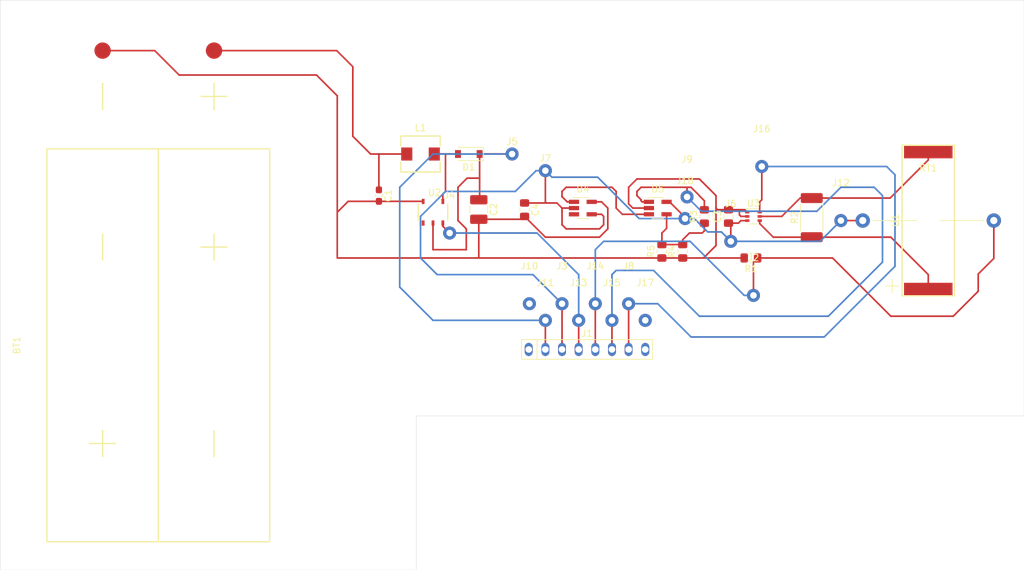
<source format=kicad_pcb>
(kicad_pcb (version 20171130) (host pcbnew "(5.1.2)-2")

  (general
    (thickness 1.6)
    (drawings 6)
    (tracks 202)
    (zones 0)
    (modules 36)
    (nets 20)
  )

  (page A4)
  (layers
    (0 F.Cu signal)
    (31 B.Cu signal)
    (32 B.Adhes user)
    (33 F.Adhes user)
    (34 B.Paste user)
    (35 F.Paste user)
    (36 B.SilkS user)
    (37 F.SilkS user)
    (38 B.Mask user)
    (39 F.Mask user)
    (40 Dwgs.User user)
    (41 Cmts.User user)
    (42 Eco1.User user)
    (43 Eco2.User user)
    (44 Edge.Cuts user)
    (45 Margin user)
    (46 B.CrtYd user)
    (47 F.CrtYd user)
    (48 B.Fab user)
    (49 F.Fab user)
  )

  (setup
    (last_trace_width 0.25)
    (trace_clearance 0.2)
    (zone_clearance 0.508)
    (zone_45_only no)
    (trace_min 0.2)
    (via_size 0.8)
    (via_drill 0.4)
    (via_min_size 0.4)
    (via_min_drill 0.3)
    (uvia_size 0.3)
    (uvia_drill 0.1)
    (uvias_allowed no)
    (uvia_min_size 0.2)
    (uvia_min_drill 0.1)
    (edge_width 0.05)
    (segment_width 0.2)
    (pcb_text_width 0.3)
    (pcb_text_size 1.5 1.5)
    (mod_edge_width 0.12)
    (mod_text_size 1 1)
    (mod_text_width 0.15)
    (pad_size 1.524 1.524)
    (pad_drill 0.762)
    (pad_to_mask_clearance 0.051)
    (solder_mask_min_width 0.25)
    (aux_axis_origin 0 0)
    (visible_elements 7FFFFFFF)
    (pcbplotparams
      (layerselection 0x01000_ffffffff)
      (usegerberextensions true)
      (usegerberattributes false)
      (usegerberadvancedattributes false)
      (creategerberjobfile false)
      (excludeedgelayer true)
      (linewidth 0.100000)
      (plotframeref false)
      (viasonmask false)
      (mode 1)
      (useauxorigin false)
      (hpglpennumber 1)
      (hpglpenspeed 20)
      (hpglpendiameter 15.000000)
      (psnegative false)
      (psa4output false)
      (plotreference true)
      (plotvalue false)
      (plotinvisibletext false)
      (padsonsilk false)
      (subtractmaskfromsilk false)
      (outputformat 1)
      (mirror false)
      (drillshape 0)
      (scaleselection 1)
      (outputdirectory "Q:/igdev/public/Icarus/Main PCB/"))
  )

  (net 0 "")
  (net 1 GND)
  (net 2 5.5V)
  (net 3 3.3V)
  (net 4 "Net-(D1-Pad2)")
  (net 5 CE)
  (net 6 Thermistor_Voltage)
  (net 7 Temperature_Voltage)
  (net 8 Solar_Voltage)
  (net 9 "Net-(R2-Pad1)")
  (net 10 "Net-(R2-Pad2)")
  (net 11 "Net-(R3-Pad1)")
  (net 12 "Net-(U2-Pad1)")
  (net 13 "Net-(U4-Pad1)")
  (net 14 "Net-(BT1-Pad1)")
  (net 15 "Net-(J1-Pad1)")
  (net 16 "Net-(J1-Pad8)")
  (net 17 "Net-(J10-Pad1)")
  (net 18 "Net-(J17-Pad1)")
  (net 19 "Net-(U4-Pad3)")

  (net_class Default "This is the default net class."
    (clearance 0.2)
    (trace_width 0.25)
    (via_dia 0.8)
    (via_drill 0.4)
    (uvia_dia 0.3)
    (uvia_drill 0.1)
    (add_net 3.3V)
    (add_net 5.5V)
    (add_net CE)
    (add_net GND)
    (add_net "Net-(BT1-Pad1)")
    (add_net "Net-(D1-Pad2)")
    (add_net "Net-(J1-Pad1)")
    (add_net "Net-(J1-Pad8)")
    (add_net "Net-(J10-Pad1)")
    (add_net "Net-(J17-Pad1)")
    (add_net "Net-(R2-Pad1)")
    (add_net "Net-(R2-Pad2)")
    (add_net "Net-(R3-Pad1)")
    (add_net "Net-(U2-Pad1)")
    (add_net "Net-(U4-Pad1)")
    (add_net "Net-(U4-Pad3)")
    (add_net Solar_Voltage)
    (add_net Temperature_Voltage)
    (add_net Thermistor_Voltage)
  )

  (module Prototypedesign1:Via (layer F.Cu) (tedit 5D1CC71D) (tstamp 5D1D6259)
    (at 126.0856 53.0352)
    (path /5D21343C)
    (fp_text reference J18 (at 0 -5.75) (layer F.SilkS)
      (effects (font (size 1 1) (thickness 0.15)))
    )
    (fp_text value Via (at 0 7.05) (layer F.Fab)
      (effects (font (size 1 1) (thickness 0.15)))
    )
    (pad 1 thru_hole circle (at 0 0) (size 2 2) (drill 1) (layers *.Cu *.Mask)
      (net 3 3.3V))
  )

  (module Prototypedesign1:Via (layer F.Cu) (tedit 5D1CC71D) (tstamp 5D1D6254)
    (at 120.015 68.58)
    (path /5D20E569)
    (fp_text reference J17 (at 0 -5.75) (layer F.SilkS)
      (effects (font (size 1 1) (thickness 0.15)))
    )
    (fp_text value Via (at 0 7.05) (layer F.Fab)
      (effects (font (size 1 1) (thickness 0.15)))
    )
    (pad 1 thru_hole circle (at 0 0) (size 2 2) (drill 1) (layers *.Cu *.Mask)
      (net 18 "Net-(J17-Pad1)"))
  )

  (module Prototypedesign1:Via (layer F.Cu) (tedit 5D1CC71D) (tstamp 5D1D624F)
    (at 137.795 45.085)
    (path /5D20E416)
    (fp_text reference J16 (at 0 -5.75) (layer F.SilkS)
      (effects (font (size 1 1) (thickness 0.15)))
    )
    (fp_text value Via (at 0 7.05) (layer F.Fab)
      (effects (font (size 1 1) (thickness 0.15)))
    )
    (pad 1 thru_hole circle (at 0 0) (size 2 2) (drill 1) (layers *.Cu *.Mask)
      (net 8 Solar_Voltage))
  )

  (module Prototypedesign1:Via (layer F.Cu) (tedit 5D1CC71D) (tstamp 5D1D624A)
    (at 114.935 68.58)
    (path /5D20E2D4)
    (fp_text reference J15 (at 0 -5.75) (layer F.SilkS)
      (effects (font (size 1 1) (thickness 0.15)))
    )
    (fp_text value Via (at 0 7.05) (layer F.Fab)
      (effects (font (size 1 1) (thickness 0.15)))
    )
    (pad 1 thru_hole circle (at 0 0) (size 2 2) (drill 1) (layers *.Cu *.Mask)
      (net 7 Temperature_Voltage))
  )

  (module Prototypedesign1:Via (layer F.Cu) (tedit 5D1CC71D) (tstamp 5D1D6245)
    (at 112.395 66.04)
    (path /5D20E1B2)
    (fp_text reference J14 (at 0 -5.75) (layer F.SilkS)
      (effects (font (size 1 1) (thickness 0.15)))
    )
    (fp_text value Via (at 0 7.05) (layer F.Fab)
      (effects (font (size 1 1) (thickness 0.15)))
    )
    (pad 1 thru_hole circle (at 0 0) (size 2 2) (drill 1) (layers *.Cu *.Mask)
      (net 6 Thermistor_Voltage))
  )

  (module Prototypedesign1:Via (layer F.Cu) (tedit 5D1CC71D) (tstamp 5D1D6240)
    (at 109.855 68.58)
    (path /5D20E03A)
    (fp_text reference J13 (at 0 -5.75) (layer F.SilkS)
      (effects (font (size 1 1) (thickness 0.15)))
    )
    (fp_text value Via (at 0 7.05) (layer F.Fab)
      (effects (font (size 1 1) (thickness 0.15)))
    )
    (pad 1 thru_hole circle (at 0 0) (size 2 2) (drill 1) (layers *.Cu *.Mask)
      (net 5 CE))
  )

  (module Prototypedesign1:Via (layer F.Cu) (tedit 5D1CC71D) (tstamp 5D1D623B)
    (at 149.86 53.34)
    (path /5D20DEAE)
    (fp_text reference J12 (at 0 -5.75) (layer F.SilkS)
      (effects (font (size 1 1) (thickness 0.15)))
    )
    (fp_text value Via (at 0 7.05) (layer F.Fab)
      (effects (font (size 1 1) (thickness 0.15)))
    )
    (pad 1 thru_hole circle (at 0 0) (size 2 2) (drill 1) (layers *.Cu *.Mask)
      (net 3 3.3V))
  )

  (module Prototypedesign1:Via (layer F.Cu) (tedit 5D1CC71D) (tstamp 5D1D6236)
    (at 104.775 68.58)
    (path /5D20DCA0)
    (fp_text reference J11 (at 0 -5.75) (layer F.SilkS)
      (effects (font (size 1 1) (thickness 0.15)))
    )
    (fp_text value Via (at 0 7.05) (layer F.Fab)
      (effects (font (size 1 1) (thickness 0.15)))
    )
    (pad 1 thru_hole circle (at 0 0) (size 2 2) (drill 1) (layers *.Cu *.Mask)
      (net 2 5.5V))
  )

  (module Prototypedesign1:Via (layer F.Cu) (tedit 5D1CC71D) (tstamp 5D1D6231)
    (at 102.3366 66.04)
    (path /5D20CA4D)
    (fp_text reference J10 (at 0 -5.75) (layer F.SilkS)
      (effects (font (size 1 1) (thickness 0.15)))
    )
    (fp_text value Via (at 0 7.05) (layer F.Fab)
      (effects (font (size 1 1) (thickness 0.15)))
    )
    (pad 1 thru_hole circle (at 0 0) (size 2 2) (drill 1) (layers *.Cu *.Mask)
      (net 17 "Net-(J10-Pad1)"))
  )

  (module Prototypedesign1:Via (layer F.Cu) (tedit 5D1CC71D) (tstamp 5D1D622C)
    (at 126.3904 49.7332)
    (path /5D2150DA)
    (fp_text reference J9 (at 0 -5.75) (layer F.SilkS)
      (effects (font (size 1 1) (thickness 0.15)))
    )
    (fp_text value Via (at 0 7.05) (layer F.Fab)
      (effects (font (size 1 1) (thickness 0.15)))
    )
    (pad 1 thru_hole circle (at 0 0) (size 2 2) (drill 1) (layers *.Cu *.Mask)
      (net 7 Temperature_Voltage))
  )

  (module Prototypedesign1:Via (layer F.Cu) (tedit 5D1CC71D) (tstamp 5D1D6227)
    (at 117.475 66.04)
    (path /5D213A8B)
    (fp_text reference J8 (at 0 -5.75) (layer F.SilkS)
      (effects (font (size 1 1) (thickness 0.15)))
    )
    (fp_text value Via (at 0 7.05) (layer F.Fab)
      (effects (font (size 1 1) (thickness 0.15)))
    )
    (pad 1 thru_hole circle (at 0 0) (size 2 2) (drill 1) (layers *.Cu *.Mask)
      (net 8 Solar_Voltage))
  )

  (module Prototypedesign1:Via (layer F.Cu) (tedit 5D1CC71D) (tstamp 5D1D6222)
    (at 104.775 45.72)
    (path /5D214C08)
    (fp_text reference J7 (at 0 -1.905) (layer F.SilkS)
      (effects (font (size 1 1) (thickness 0.15)))
    )
    (fp_text value Via (at 0 2.54) (layer F.Fab)
      (effects (font (size 1 1) (thickness 0.15)))
    )
    (pad 1 thru_hole circle (at 0 0) (size 2 2) (drill 1) (layers *.Cu *.Mask)
      (net 3 3.3V))
  )

  (module Prototypedesign1:Via (layer F.Cu) (tedit 5D1CC71D) (tstamp 5D1D621D)
    (at 133.065 56.515)
    (path /5D21437A)
    (fp_text reference J6 (at 0 -5.75) (layer F.SilkS)
      (effects (font (size 1 1) (thickness 0.15)))
    )
    (fp_text value Via (at 0 7.05) (layer F.Fab)
      (effects (font (size 1 1) (thickness 0.15)))
    )
    (pad 1 thru_hole circle (at 0 0) (size 2 2) (drill 1) (layers *.Cu *.Mask)
      (net 3 3.3V))
  )

  (module Prototypedesign1:Via (layer F.Cu) (tedit 5D1CC71D) (tstamp 5D1D6218)
    (at 99.695 43.18)
    (path /5D219D0B)
    (fp_text reference J5 (at 0 -1.905) (layer F.SilkS)
      (effects (font (size 1 1) (thickness 0.15)))
    )
    (fp_text value Via (at 0 2.54) (layer F.Fab)
      (effects (font (size 1 1) (thickness 0.15)))
    )
    (pad 1 thru_hole circle (at 0 0) (size 2 2) (drill 1) (layers *.Cu *.Mask)
      (net 2 5.5V))
  )

  (module Prototypedesign1:Via (layer F.Cu) (tedit 5D1CC71D) (tstamp 5D1D6213)
    (at 90.17 55.245)
    (path /5D20E714)
    (fp_text reference J4 (at 0 -5.75) (layer F.SilkS)
      (effects (font (size 1 1) (thickness 0.15)))
    )
    (fp_text value Via (at 0 7.05) (layer F.Fab)
      (effects (font (size 1 1) (thickness 0.15)))
    )
    (pad 1 thru_hole circle (at 0 0) (size 2 2) (drill 1) (layers *.Cu *.Mask)
      (net 5 CE))
  )

  (module Prototypedesign1:Via (layer F.Cu) (tedit 5D1CC71D) (tstamp 5D1D620E)
    (at 107.315 66.04)
    (path /5D2334B3)
    (fp_text reference J3 (at 0 -5.75) (layer F.SilkS)
      (effects (font (size 1 1) (thickness 0.15)))
    )
    (fp_text value Via (at 0 7.05) (layer F.Fab)
      (effects (font (size 1 1) (thickness 0.15)))
    )
    (pad 1 thru_hole circle (at 0 0) (size 2 2) (drill 1) (layers *.Cu *.Mask)
      (net 3 3.3V))
  )

  (module Prototypedesign1:Via (layer F.Cu) (tedit 5D1CC71D) (tstamp 5D1D6209)
    (at 136.525 64.77)
    (path /5D20F930)
    (fp_text reference J2 (at 0 -5.75) (layer F.SilkS)
      (effects (font (size 1 1) (thickness 0.15)))
    )
    (fp_text value Via (at 0 7.05) (layer F.Fab)
      (effects (font (size 1 1) (thickness 0.15)))
    )
    (pad 1 thru_hole circle (at 0 0) (size 2 2) (drill 1) (layers *.Cu *.Mask)
      (net 6 Thermistor_Voltage))
  )

  (module Prototypedesign1:Prototypebatteryholder (layer F.Cu) (tedit 5D1B836C) (tstamp 5D1BFDA5)
    (at 45.72 72.39 90)
    (path /5D1EA4D2)
    (fp_text reference BT1 (at 0 -21.59 90) (layer F.SilkS)
      (effects (font (size 1 1) (thickness 0.15)))
    )
    (fp_text value Battery (at 0 22.225 90) (layer F.Fab)
      (effects (font (size 1 1) (thickness 0.15)))
    )
    (fp_line (start 30 17) (end 30 -17) (layer F.SilkS) (width 0.2032))
    (fp_line (start 30 -17) (end -30 -17) (layer F.SilkS) (width 0.2032))
    (fp_line (start -30 -17) (end -30 17) (layer F.SilkS) (width 0.2032))
    (fp_line (start -30 17) (end 30 17) (layer F.SilkS) (width 0.2032))
    (fp_line (start -30 0) (end 30 0) (layer F.SilkS) (width 0.2032))
    (fp_line (start 13 -8.5) (end 17 -8.5) (layer F.SilkS) (width 0.2032))
    (fp_line (start -13 -8.5) (end -17 -8.5) (layer F.SilkS) (width 0.2032))
    (fp_line (start -15 -10.5) (end -15 -6.5) (layer F.SilkS) (width 0.2032))
    (fp_line (start 13 8.5) (end 17 8.5) (layer F.SilkS) (width 0.2032))
    (fp_line (start 15 6.5) (end 15 10.5) (layer F.SilkS) (width 0.2032))
    (fp_line (start -17 8.5) (end -13 8.5) (layer F.SilkS) (width 0.2032))
    (fp_circle (center 45 -8.5) (end 46.75 -8.5) (layer F.Fab) (width 0.12))
    (fp_circle (center 45 8.5) (end 46.75 8.5) (layer F.Fab) (width 0.12))
    (fp_line (start 36 -8.5) (end 40 -8.5) (layer F.SilkS) (width 0.2032))
    (fp_line (start 36 8.5) (end 40 8.5) (layer F.SilkS) (width 0.2032))
    (fp_line (start 38 6.5) (end 38 10.5) (layer F.SilkS) (width 0.2032))
    (pad 1 smd circle (at 45 8.5 90) (size 2.5 2.5) (layers F.Cu F.Paste F.Mask)
      (net 14 "Net-(BT1-Pad1)"))
    (pad 2 smd circle (at 45 -8.5 90) (size 2.5 2.5) (layers F.Cu F.Paste F.Mask)
      (net 1 GND))
  )

  (module Capacitor_SMD:C_0603_1608Metric_Pad1.05x0.95mm_HandSolder (layer F.Cu) (tedit 5B301BBE) (tstamp 5D1BFDB6)
    (at 79.375 49.53 270)
    (descr "Capacitor SMD 0603 (1608 Metric), square (rectangular) end terminal, IPC_7351 nominal with elongated pad for handsoldering. (Body size source: http://www.tortai-tech.com/upload/download/2011102023233369053.pdf), generated with kicad-footprint-generator")
    (tags "capacitor handsolder")
    (path /5D1A6FA9)
    (attr smd)
    (fp_text reference C1 (at 0 -1.43 90) (layer F.SilkS)
      (effects (font (size 1 1) (thickness 0.15)))
    )
    (fp_text value 10uF (at 0 1.43 90) (layer F.Fab)
      (effects (font (size 1 1) (thickness 0.15)))
    )
    (fp_text user %R (at -0.8 0.4 180) (layer F.Fab)
      (effects (font (size 0.4 0.4) (thickness 0.06)))
    )
    (fp_line (start 1.65 0.73) (end -1.65 0.73) (layer F.CrtYd) (width 0.05))
    (fp_line (start 1.65 -0.73) (end 1.65 0.73) (layer F.CrtYd) (width 0.05))
    (fp_line (start -1.65 -0.73) (end 1.65 -0.73) (layer F.CrtYd) (width 0.05))
    (fp_line (start -1.65 0.73) (end -1.65 -0.73) (layer F.CrtYd) (width 0.05))
    (fp_line (start -0.171267 0.51) (end 0.171267 0.51) (layer F.SilkS) (width 0.12))
    (fp_line (start -0.171267 -0.51) (end 0.171267 -0.51) (layer F.SilkS) (width 0.12))
    (fp_line (start 0.8 0.4) (end -0.8 0.4) (layer F.Fab) (width 0.1))
    (fp_line (start 0.8 -0.4) (end 0.8 0.4) (layer F.Fab) (width 0.1))
    (fp_line (start -0.8 -0.4) (end 0.8 -0.4) (layer F.Fab) (width 0.1))
    (fp_line (start -0.8 0.4) (end -0.8 -0.4) (layer F.Fab) (width 0.1))
    (pad 2 smd roundrect (at 0.875 0 270) (size 1.05 0.95) (layers F.Cu F.Paste F.Mask) (roundrect_rratio 0.25)
      (net 1 GND))
    (pad 1 smd roundrect (at -0.875 0 270) (size 1.05 0.95) (layers F.Cu F.Paste F.Mask) (roundrect_rratio 0.25)
      (net 14 "Net-(BT1-Pad1)"))
    (model ${KISYS3DMOD}/Capacitor_SMD.3dshapes/C_0603_1608Metric.wrl
      (at (xyz 0 0 0))
      (scale (xyz 1 1 1))
      (rotate (xyz 0 0 0))
    )
  )

  (module Capacitor_SMD:C_1210_3225Metric_Pad1.42x2.65mm_HandSolder (layer F.Cu) (tedit 5B301BBE) (tstamp 5D1BFDC7)
    (at 94.615 51.6525 270)
    (descr "Capacitor SMD 1210 (3225 Metric), square (rectangular) end terminal, IPC_7351 nominal with elongated pad for handsoldering. (Body size source: http://www.tortai-tech.com/upload/download/2011102023233369053.pdf), generated with kicad-footprint-generator")
    (tags "capacitor handsolder")
    (path /5D1A8983)
    (attr smd)
    (fp_text reference C2 (at 0 -2.28 90) (layer F.SilkS)
      (effects (font (size 1 1) (thickness 0.15)))
    )
    (fp_text value 47uF (at 0 2.28 90) (layer F.Fab)
      (effects (font (size 1 1) (thickness 0.15)))
    )
    (fp_line (start -1.6 1.25) (end -1.6 -1.25) (layer F.Fab) (width 0.1))
    (fp_line (start -1.6 -1.25) (end 1.6 -1.25) (layer F.Fab) (width 0.1))
    (fp_line (start 1.6 -1.25) (end 1.6 1.25) (layer F.Fab) (width 0.1))
    (fp_line (start 1.6 1.25) (end -1.6 1.25) (layer F.Fab) (width 0.1))
    (fp_line (start -0.602064 -1.36) (end 0.602064 -1.36) (layer F.SilkS) (width 0.12))
    (fp_line (start -0.602064 1.36) (end 0.602064 1.36) (layer F.SilkS) (width 0.12))
    (fp_line (start -2.45 1.58) (end -2.45 -1.58) (layer F.CrtYd) (width 0.05))
    (fp_line (start -2.45 -1.58) (end 2.45 -1.58) (layer F.CrtYd) (width 0.05))
    (fp_line (start 2.45 -1.58) (end 2.45 1.58) (layer F.CrtYd) (width 0.05))
    (fp_line (start 2.45 1.58) (end -2.45 1.58) (layer F.CrtYd) (width 0.05))
    (fp_text user %R (at 0 0 90) (layer F.Fab)
      (effects (font (size 0.8 0.8) (thickness 0.12)))
    )
    (pad 1 smd roundrect (at -1.4875 0 270) (size 1.425 2.65) (layers F.Cu F.Paste F.Mask) (roundrect_rratio 0.175439)
      (net 2 5.5V))
    (pad 2 smd roundrect (at 1.4875 0 270) (size 1.425 2.65) (layers F.Cu F.Paste F.Mask) (roundrect_rratio 0.175439)
      (net 1 GND))
    (model ${KISYS3DMOD}/Capacitor_SMD.3dshapes/C_1210_3225Metric.wrl
      (at (xyz 0 0 0))
      (scale (xyz 1 1 1))
      (rotate (xyz 0 0 0))
    )
  )

  (module Capacitor_SMD:C_0805_2012Metric_Pad1.15x1.40mm_HandSolder (layer F.Cu) (tedit 5B36C52B) (tstamp 5D1BFDD8)
    (at 132.715 52.705 90)
    (descr "Capacitor SMD 0805 (2012 Metric), square (rectangular) end terminal, IPC_7351 nominal with elongated pad for handsoldering. (Body size source: https://docs.google.com/spreadsheets/d/1BsfQQcO9C6DZCsRaXUlFlo91Tg2WpOkGARC1WS5S8t0/edit?usp=sharing), generated with kicad-footprint-generator")
    (tags "capacitor handsolder")
    (path /5D1A8E20)
    (attr smd)
    (fp_text reference C3 (at 0 -1.65 90) (layer F.SilkS)
      (effects (font (size 1 1) (thickness 0.15)))
    )
    (fp_text value .1uF (at 0 1.65 90) (layer F.Fab)
      (effects (font (size 1 1) (thickness 0.15)))
    )
    (fp_text user %R (at 0 0 90) (layer F.Fab)
      (effects (font (size 0.5 0.5) (thickness 0.08)))
    )
    (fp_line (start 1.85 0.95) (end -1.85 0.95) (layer F.CrtYd) (width 0.05))
    (fp_line (start 1.85 -0.95) (end 1.85 0.95) (layer F.CrtYd) (width 0.05))
    (fp_line (start -1.85 -0.95) (end 1.85 -0.95) (layer F.CrtYd) (width 0.05))
    (fp_line (start -1.85 0.95) (end -1.85 -0.95) (layer F.CrtYd) (width 0.05))
    (fp_line (start -0.261252 0.71) (end 0.261252 0.71) (layer F.SilkS) (width 0.12))
    (fp_line (start -0.261252 -0.71) (end 0.261252 -0.71) (layer F.SilkS) (width 0.12))
    (fp_line (start 1 0.6) (end -1 0.6) (layer F.Fab) (width 0.1))
    (fp_line (start 1 -0.6) (end 1 0.6) (layer F.Fab) (width 0.1))
    (fp_line (start -1 -0.6) (end 1 -0.6) (layer F.Fab) (width 0.1))
    (fp_line (start -1 0.6) (end -1 -0.6) (layer F.Fab) (width 0.1))
    (pad 2 smd roundrect (at 1.025 0 90) (size 1.15 1.4) (layers F.Cu F.Paste F.Mask) (roundrect_rratio 0.217391)
      (net 1 GND))
    (pad 1 smd roundrect (at -1.025 0 90) (size 1.15 1.4) (layers F.Cu F.Paste F.Mask) (roundrect_rratio 0.217391)
      (net 3 3.3V))
    (model ${KISYS3DMOD}/Capacitor_SMD.3dshapes/C_0805_2012Metric.wrl
      (at (xyz 0 0 0))
      (scale (xyz 1 1 1))
      (rotate (xyz 0 0 0))
    )
  )

  (module Capacitor_SMD:C_0805_2012Metric_Pad1.15x1.40mm_HandSolder (layer F.Cu) (tedit 5B36C52B) (tstamp 5D1BFDE9)
    (at 101.6 51.68 270)
    (descr "Capacitor SMD 0805 (2012 Metric), square (rectangular) end terminal, IPC_7351 nominal with elongated pad for handsoldering. (Body size source: https://docs.google.com/spreadsheets/d/1BsfQQcO9C6DZCsRaXUlFlo91Tg2WpOkGARC1WS5S8t0/edit?usp=sharing), generated with kicad-footprint-generator")
    (tags "capacitor handsolder")
    (path /5D1A994A)
    (attr smd)
    (fp_text reference C4 (at 0 -1.65 90) (layer F.SilkS)
      (effects (font (size 1 1) (thickness 0.15)))
    )
    (fp_text value .1uF (at 0 1.65 90) (layer F.Fab)
      (effects (font (size 1 1) (thickness 0.15)))
    )
    (fp_line (start -1 0.6) (end -1 -0.6) (layer F.Fab) (width 0.1))
    (fp_line (start -1 -0.6) (end 1 -0.6) (layer F.Fab) (width 0.1))
    (fp_line (start 1 -0.6) (end 1 0.6) (layer F.Fab) (width 0.1))
    (fp_line (start 1 0.6) (end -1 0.6) (layer F.Fab) (width 0.1))
    (fp_line (start -0.261252 -0.71) (end 0.261252 -0.71) (layer F.SilkS) (width 0.12))
    (fp_line (start -0.261252 0.71) (end 0.261252 0.71) (layer F.SilkS) (width 0.12))
    (fp_line (start -1.85 0.95) (end -1.85 -0.95) (layer F.CrtYd) (width 0.05))
    (fp_line (start -1.85 -0.95) (end 1.85 -0.95) (layer F.CrtYd) (width 0.05))
    (fp_line (start 1.85 -0.95) (end 1.85 0.95) (layer F.CrtYd) (width 0.05))
    (fp_line (start 1.85 0.95) (end -1.85 0.95) (layer F.CrtYd) (width 0.05))
    (fp_text user %R (at 0 0 90) (layer F.Fab)
      (effects (font (size 0.5 0.5) (thickness 0.08)))
    )
    (pad 1 smd roundrect (at -1.025 0 270) (size 1.15 1.4) (layers F.Cu F.Paste F.Mask) (roundrect_rratio 0.217391)
      (net 3 3.3V))
    (pad 2 smd roundrect (at 1.025 0 270) (size 1.15 1.4) (layers F.Cu F.Paste F.Mask) (roundrect_rratio 0.217391)
      (net 1 GND))
    (model ${KISYS3DMOD}/Capacitor_SMD.3dshapes/C_0805_2012Metric.wrl
      (at (xyz 0 0 0))
      (scale (xyz 1 1 1))
      (rotate (xyz 0 0 0))
    )
  )

  (module Diode_SMD:D_SOD-123 (layer F.Cu) (tedit 58645DC7) (tstamp 5D1BFE02)
    (at 93.09 43.18 180)
    (descr SOD-123)
    (tags SOD-123)
    (path /5D1ACEEE)
    (attr smd)
    (fp_text reference D1 (at 0 -2) (layer F.SilkS)
      (effects (font (size 1 1) (thickness 0.15)))
    )
    (fp_text value MBR0520LT (at 0 2.1) (layer F.Fab)
      (effects (font (size 1 1) (thickness 0.15)))
    )
    (fp_text user %R (at 0 -2) (layer F.Fab)
      (effects (font (size 1 1) (thickness 0.15)))
    )
    (fp_line (start -2.25 -1) (end -2.25 1) (layer F.SilkS) (width 0.12))
    (fp_line (start 0.25 0) (end 0.75 0) (layer F.Fab) (width 0.1))
    (fp_line (start 0.25 0.4) (end -0.35 0) (layer F.Fab) (width 0.1))
    (fp_line (start 0.25 -0.4) (end 0.25 0.4) (layer F.Fab) (width 0.1))
    (fp_line (start -0.35 0) (end 0.25 -0.4) (layer F.Fab) (width 0.1))
    (fp_line (start -0.35 0) (end -0.35 0.55) (layer F.Fab) (width 0.1))
    (fp_line (start -0.35 0) (end -0.35 -0.55) (layer F.Fab) (width 0.1))
    (fp_line (start -0.75 0) (end -0.35 0) (layer F.Fab) (width 0.1))
    (fp_line (start -1.4 0.9) (end -1.4 -0.9) (layer F.Fab) (width 0.1))
    (fp_line (start 1.4 0.9) (end -1.4 0.9) (layer F.Fab) (width 0.1))
    (fp_line (start 1.4 -0.9) (end 1.4 0.9) (layer F.Fab) (width 0.1))
    (fp_line (start -1.4 -0.9) (end 1.4 -0.9) (layer F.Fab) (width 0.1))
    (fp_line (start -2.35 -1.15) (end 2.35 -1.15) (layer F.CrtYd) (width 0.05))
    (fp_line (start 2.35 -1.15) (end 2.35 1.15) (layer F.CrtYd) (width 0.05))
    (fp_line (start 2.35 1.15) (end -2.35 1.15) (layer F.CrtYd) (width 0.05))
    (fp_line (start -2.35 -1.15) (end -2.35 1.15) (layer F.CrtYd) (width 0.05))
    (fp_line (start -2.25 1) (end 1.65 1) (layer F.SilkS) (width 0.12))
    (fp_line (start -2.25 -1) (end 1.65 -1) (layer F.SilkS) (width 0.12))
    (pad 1 smd rect (at -1.65 0 180) (size 0.9 1.2) (layers F.Cu F.Paste F.Mask)
      (net 2 5.5V))
    (pad 2 smd rect (at 1.65 0 180) (size 0.9 1.2) (layers F.Cu F.Paste F.Mask)
      (net 4 "Net-(D1-Pad2)"))
    (model ${KISYS3DMOD}/Diode_SMD.3dshapes/D_SOD-123.wrl
      (at (xyz 0 0 0))
      (scale (xyz 1 1 1))
      (rotate (xyz 0 0 0))
    )
  )

  (module Prototypedesign1:SIP-8 (layer F.Cu) (tedit 5D1BC33F) (tstamp 5D1BFE17)
    (at 111.125 73.025)
    (path /5D239D08)
    (fp_text reference J1 (at 0 -2.45) (layer F.SilkS)
      (effects (font (size 1 1) (thickness 0.15)))
    )
    (fp_text value Connector8 (at 0 2.8) (layer F.Fab)
      (effects (font (size 1 1) (thickness 0.15)))
    )
    (fp_line (start -9.99 -1.5) (end 9.99 -1.5) (layer F.SilkS) (width 0.12))
    (fp_line (start 9.99 -1.5) (end 9.99 1.5) (layer F.SilkS) (width 0.12))
    (fp_line (start 9.99 1.5) (end -9.99 1.5) (layer F.SilkS) (width 0.12))
    (fp_line (start -9.99 1.5) (end -9.99 -1.5) (layer F.SilkS) (width 0.12))
    (fp_line (start -7.62 -1.5) (end -7.62 1.5) (layer F.SilkS) (width 0.12))
    (fp_line (start -9.74 -1.25) (end 9.74 -1.25) (layer F.CrtYd) (width 0.05))
    (fp_line (start 9.74 -1.25) (end 9.74 1.25) (layer F.CrtYd) (width 0.05))
    (fp_line (start 9.74 1.25) (end -9.74 1.25) (layer F.CrtYd) (width 0.05))
    (fp_line (start -9.74 1.25) (end -9.74 -1.25) (layer F.CrtYd) (width 0.05))
    (pad 1 thru_hole oval (at -8.89 0) (size 1.2 2) (drill 1) (layers *.Cu *.Mask)
      (net 15 "Net-(J1-Pad1)"))
    (pad 2 thru_hole oval (at -6.35 0) (size 1.2 2) (drill 1) (layers *.Cu *.Mask)
      (net 2 5.5V))
    (pad 3 thru_hole oval (at -3.81 0) (size 1.2 2) (drill 1) (layers *.Cu *.Mask)
      (net 3 3.3V))
    (pad 4 thru_hole oval (at -1.27 0) (size 1.2 2) (drill 1) (layers *.Cu *.Mask)
      (net 5 CE))
    (pad 5 thru_hole oval (at 1.27 0) (size 1.2 2) (drill 1) (layers *.Cu *.Mask)
      (net 6 Thermistor_Voltage))
    (pad 6 thru_hole oval (at 3.81 0) (size 1.2 2) (drill 1) (layers *.Cu *.Mask)
      (net 7 Temperature_Voltage))
    (pad 7 thru_hole oval (at 6.35 0) (size 1.2 2) (drill 1) (layers *.Cu *.Mask)
      (net 8 Solar_Voltage))
    (pad 8 thru_hole oval (at 8.89 0) (size 1.2 2) (drill 1) (layers *.Cu *.Mask)
      (net 16 "Net-(J1-Pad8)"))
  )

  (module Prototypedesign1:Inductor100uH (layer F.Cu) (tedit 5D1B930B) (tstamp 5D1BFE29)
    (at 85.725 43.18)
    (path /5D1AC109)
    (fp_text reference L1 (at 0 -4) (layer F.SilkS)
      (effects (font (size 1 1) (thickness 0.15)))
    )
    (fp_text value 100uH (at 0 4) (layer F.Fab)
      (effects (font (size 1 1) (thickness 0.15)))
    )
    (fp_line (start -3 -1.25) (end -3 -2.75) (layer F.SilkS) (width 0.2032))
    (fp_line (start -3 -2.75) (end 3 -2.75) (layer F.SilkS) (width 0.2032))
    (fp_line (start 3 -2.75) (end 3 -1.25) (layer F.SilkS) (width 0.2032))
    (fp_line (start -3 1.25) (end -3 2.75) (layer F.SilkS) (width 0.2032))
    (fp_line (start -3 2.75) (end 3 2.75) (layer F.SilkS) (width 0.2032))
    (fp_line (start 3 2.75) (end 3 1.25) (layer F.SilkS) (width 0.2032))
    (fp_line (start -3 -1.5) (end -3 -2.75) (layer F.Fab) (width 0.12))
    (fp_line (start -3 -2.75) (end 3 -2.75) (layer F.Fab) (width 0.12))
    (fp_line (start 3 -2.75) (end 3 -1.5) (layer F.Fab) (width 0.12))
    (fp_line (start 3 1.5) (end 3 2.75) (layer F.Fab) (width 0.12))
    (fp_line (start 3 2.75) (end -3 2.75) (layer F.Fab) (width 0.12))
    (fp_line (start -3 2.75) (end -3 1.5) (layer F.Fab) (width 0.12))
    (pad 1 smd rect (at -2.1 0) (size 1.7 2) (layers F.Cu F.Paste F.Mask)
      (net 14 "Net-(BT1-Pad1)"))
    (pad 2 smd rect (at 2.1 0) (size 1.7 2) (layers F.Cu F.Paste F.Mask)
      (net 4 "Net-(D1-Pad2)"))
  )

  (module Resistor_SMD:R_0805_2012Metric_Pad1.15x1.40mm_HandSolder (layer F.Cu) (tedit 5B36C52B) (tstamp 5D1BFE3A)
    (at 136.135 59.055 180)
    (descr "Resistor SMD 0805 (2012 Metric), square (rectangular) end terminal, IPC_7351 nominal with elongated pad for handsoldering. (Body size source: https://docs.google.com/spreadsheets/d/1BsfQQcO9C6DZCsRaXUlFlo91Tg2WpOkGARC1WS5S8t0/edit?usp=sharing), generated with kicad-footprint-generator")
    (tags "resistor handsolder")
    (path /5D1AAC70)
    (attr smd)
    (fp_text reference R1 (at 0 -1.65) (layer F.SilkS)
      (effects (font (size 1 1) (thickness 0.15)))
    )
    (fp_text value 10k (at 0 1.65) (layer F.Fab)
      (effects (font (size 1 1) (thickness 0.15)))
    )
    (fp_line (start -1 0.6) (end -1 -0.6) (layer F.Fab) (width 0.1))
    (fp_line (start -1 -0.6) (end 1 -0.6) (layer F.Fab) (width 0.1))
    (fp_line (start 1 -0.6) (end 1 0.6) (layer F.Fab) (width 0.1))
    (fp_line (start 1 0.6) (end -1 0.6) (layer F.Fab) (width 0.1))
    (fp_line (start -0.261252 -0.71) (end 0.261252 -0.71) (layer F.SilkS) (width 0.12))
    (fp_line (start -0.261252 0.71) (end 0.261252 0.71) (layer F.SilkS) (width 0.12))
    (fp_line (start -1.85 0.95) (end -1.85 -0.95) (layer F.CrtYd) (width 0.05))
    (fp_line (start -1.85 -0.95) (end 1.85 -0.95) (layer F.CrtYd) (width 0.05))
    (fp_line (start 1.85 -0.95) (end 1.85 0.95) (layer F.CrtYd) (width 0.05))
    (fp_line (start 1.85 0.95) (end -1.85 0.95) (layer F.CrtYd) (width 0.05))
    (fp_text user %R (at 0 0) (layer F.Fab)
      (effects (font (size 0.5 0.5) (thickness 0.08)))
    )
    (pad 1 smd roundrect (at -1.025 0 180) (size 1.15 1.4) (layers F.Cu F.Paste F.Mask) (roundrect_rratio 0.217391)
      (net 6 Thermistor_Voltage))
    (pad 2 smd roundrect (at 1.025 0 180) (size 1.15 1.4) (layers F.Cu F.Paste F.Mask) (roundrect_rratio 0.217391)
      (net 1 GND))
    (model ${KISYS3DMOD}/Resistor_SMD.3dshapes/R_0805_2012Metric.wrl
      (at (xyz 0 0 0))
      (scale (xyz 1 1 1))
      (rotate (xyz 0 0 0))
    )
  )

  (module Resistor_SMD:R_2512_6332Metric_Pad1.52x3.35mm_HandSolder (layer F.Cu) (tedit 5B301BBD) (tstamp 5D1BFE4B)
    (at 145.415 52.8925 90)
    (descr "Resistor SMD 2512 (6332 Metric), square (rectangular) end terminal, IPC_7351 nominal with elongated pad for handsoldering. (Body size source: http://www.tortai-tech.com/upload/download/2011102023233369053.pdf), generated with kicad-footprint-generator")
    (tags "resistor handsolder")
    (path /5D1AA19E)
    (attr smd)
    (fp_text reference R2 (at 0 -2.62 90) (layer F.SilkS)
      (effects (font (size 1 1) (thickness 0.15)))
    )
    (fp_text value .08 (at 0 2.62 90) (layer F.Fab)
      (effects (font (size 1 1) (thickness 0.15)))
    )
    (fp_line (start -3.15 1.6) (end -3.15 -1.6) (layer F.Fab) (width 0.1))
    (fp_line (start -3.15 -1.6) (end 3.15 -1.6) (layer F.Fab) (width 0.1))
    (fp_line (start 3.15 -1.6) (end 3.15 1.6) (layer F.Fab) (width 0.1))
    (fp_line (start 3.15 1.6) (end -3.15 1.6) (layer F.Fab) (width 0.1))
    (fp_line (start -2.052064 -1.71) (end 2.052064 -1.71) (layer F.SilkS) (width 0.12))
    (fp_line (start -2.052064 1.71) (end 2.052064 1.71) (layer F.SilkS) (width 0.12))
    (fp_line (start -4 1.92) (end -4 -1.92) (layer F.CrtYd) (width 0.05))
    (fp_line (start -4 -1.92) (end 4 -1.92) (layer F.CrtYd) (width 0.05))
    (fp_line (start 4 -1.92) (end 4 1.92) (layer F.CrtYd) (width 0.05))
    (fp_line (start 4 1.92) (end -4 1.92) (layer F.CrtYd) (width 0.05))
    (fp_text user %R (at 0 0 90) (layer F.Fab)
      (effects (font (size 1 1) (thickness 0.15)))
    )
    (pad 1 smd roundrect (at -2.9875 0 90) (size 1.525 3.35) (layers F.Cu F.Paste F.Mask) (roundrect_rratio 0.163934)
      (net 9 "Net-(R2-Pad1)"))
    (pad 2 smd roundrect (at 2.9875 0 90) (size 1.525 3.35) (layers F.Cu F.Paste F.Mask) (roundrect_rratio 0.163934)
      (net 10 "Net-(R2-Pad2)"))
    (model ${KISYS3DMOD}/Resistor_SMD.3dshapes/R_2512_6332Metric.wrl
      (at (xyz 0 0 0))
      (scale (xyz 1 1 1))
      (rotate (xyz 0 0 0))
    )
  )

  (module Resistor_SMD:R_0805_2012Metric_Pad1.15x1.40mm_HandSolder (layer F.Cu) (tedit 5B36C52B) (tstamp 5D1BFE5C)
    (at 129.032 52.7214 90)
    (descr "Resistor SMD 0805 (2012 Metric), square (rectangular) end terminal, IPC_7351 nominal with elongated pad for handsoldering. (Body size source: https://docs.google.com/spreadsheets/d/1BsfQQcO9C6DZCsRaXUlFlo91Tg2WpOkGARC1WS5S8t0/edit?usp=sharing), generated with kicad-footprint-generator")
    (tags "resistor handsolder")
    (path /5D1AB1DC)
    (attr smd)
    (fp_text reference R3 (at 0 -1.65 90) (layer F.SilkS)
      (effects (font (size 1 1) (thickness 0.15)))
    )
    (fp_text value 1k (at 0 1.65 90) (layer F.Fab)
      (effects (font (size 1 1) (thickness 0.15)))
    )
    (fp_text user %R (at 0 0 90) (layer F.Fab)
      (effects (font (size 0.5 0.5) (thickness 0.08)))
    )
    (fp_line (start 1.85 0.95) (end -1.85 0.95) (layer F.CrtYd) (width 0.05))
    (fp_line (start 1.85 -0.95) (end 1.85 0.95) (layer F.CrtYd) (width 0.05))
    (fp_line (start -1.85 -0.95) (end 1.85 -0.95) (layer F.CrtYd) (width 0.05))
    (fp_line (start -1.85 0.95) (end -1.85 -0.95) (layer F.CrtYd) (width 0.05))
    (fp_line (start -0.261252 0.71) (end 0.261252 0.71) (layer F.SilkS) (width 0.12))
    (fp_line (start -0.261252 -0.71) (end 0.261252 -0.71) (layer F.SilkS) (width 0.12))
    (fp_line (start 1 0.6) (end -1 0.6) (layer F.Fab) (width 0.1))
    (fp_line (start 1 -0.6) (end 1 0.6) (layer F.Fab) (width 0.1))
    (fp_line (start -1 -0.6) (end 1 -0.6) (layer F.Fab) (width 0.1))
    (fp_line (start -1 0.6) (end -1 -0.6) (layer F.Fab) (width 0.1))
    (pad 2 smd roundrect (at 1.025 0 90) (size 1.15 1.4) (layers F.Cu F.Paste F.Mask) (roundrect_rratio 0.217391)
      (net 7 Temperature_Voltage))
    (pad 1 smd roundrect (at -1.025 0 90) (size 1.15 1.4) (layers F.Cu F.Paste F.Mask) (roundrect_rratio 0.217391)
      (net 11 "Net-(R3-Pad1)"))
    (model ${KISYS3DMOD}/Resistor_SMD.3dshapes/R_0805_2012Metric.wrl
      (at (xyz 0 0 0))
      (scale (xyz 1 1 1))
      (rotate (xyz 0 0 0))
    )
  )

  (module Resistor_SMD:R_0805_2012Metric_Pad1.15x1.40mm_HandSolder (layer F.Cu) (tedit 5B36C52B) (tstamp 5D1BFE6D)
    (at 125.73 58.03 90)
    (descr "Resistor SMD 0805 (2012 Metric), square (rectangular) end terminal, IPC_7351 nominal with elongated pad for handsoldering. (Body size source: https://docs.google.com/spreadsheets/d/1BsfQQcO9C6DZCsRaXUlFlo91Tg2WpOkGARC1WS5S8t0/edit?usp=sharing), generated with kicad-footprint-generator")
    (tags "resistor handsolder")
    (path /5D1AB7B0)
    (attr smd)
    (fp_text reference R4 (at 0 -1.65 90) (layer F.SilkS)
      (effects (font (size 1 1) (thickness 0.15)))
    )
    (fp_text value 1k (at 0 1.65 90) (layer F.Fab)
      (effects (font (size 1 1) (thickness 0.15)))
    )
    (fp_line (start -1 0.6) (end -1 -0.6) (layer F.Fab) (width 0.1))
    (fp_line (start -1 -0.6) (end 1 -0.6) (layer F.Fab) (width 0.1))
    (fp_line (start 1 -0.6) (end 1 0.6) (layer F.Fab) (width 0.1))
    (fp_line (start 1 0.6) (end -1 0.6) (layer F.Fab) (width 0.1))
    (fp_line (start -0.261252 -0.71) (end 0.261252 -0.71) (layer F.SilkS) (width 0.12))
    (fp_line (start -0.261252 0.71) (end 0.261252 0.71) (layer F.SilkS) (width 0.12))
    (fp_line (start -1.85 0.95) (end -1.85 -0.95) (layer F.CrtYd) (width 0.05))
    (fp_line (start -1.85 -0.95) (end 1.85 -0.95) (layer F.CrtYd) (width 0.05))
    (fp_line (start 1.85 -0.95) (end 1.85 0.95) (layer F.CrtYd) (width 0.05))
    (fp_line (start 1.85 0.95) (end -1.85 0.95) (layer F.CrtYd) (width 0.05))
    (fp_text user %R (at 0 0 90) (layer F.Fab)
      (effects (font (size 0.5 0.5) (thickness 0.08)))
    )
    (pad 1 smd roundrect (at -1.025 0 90) (size 1.15 1.4) (layers F.Cu F.Paste F.Mask) (roundrect_rratio 0.217391)
      (net 1 GND))
    (pad 2 smd roundrect (at 1.025 0 90) (size 1.15 1.4) (layers F.Cu F.Paste F.Mask) (roundrect_rratio 0.217391)
      (net 11 "Net-(R3-Pad1)"))
    (model ${KISYS3DMOD}/Resistor_SMD.3dshapes/R_0805_2012Metric.wrl
      (at (xyz 0 0 0))
      (scale (xyz 1 1 1))
      (rotate (xyz 0 0 0))
    )
  )

  (module Resistor_SMD:R_0805_2012Metric_Pad1.15x1.40mm_HandSolder (layer F.Cu) (tedit 5B36C52B) (tstamp 5D1BFE7E)
    (at 122.555 58.03 90)
    (descr "Resistor SMD 0805 (2012 Metric), square (rectangular) end terminal, IPC_7351 nominal with elongated pad for handsoldering. (Body size source: https://docs.google.com/spreadsheets/d/1BsfQQcO9C6DZCsRaXUlFlo91Tg2WpOkGARC1WS5S8t0/edit?usp=sharing), generated with kicad-footprint-generator")
    (tags "resistor handsolder")
    (path /5D1ABC7F)
    (attr smd)
    (fp_text reference R5 (at 0 -1.65 90) (layer F.SilkS)
      (effects (font (size 1 1) (thickness 0.15)))
    )
    (fp_text value 1k (at 0 1.65 270) (layer F.Fab)
      (effects (font (size 1 1) (thickness 0.15)))
    )
    (fp_text user %R (at 0 0 90) (layer F.Fab)
      (effects (font (size 0.5 0.5) (thickness 0.08)))
    )
    (fp_line (start 1.85 0.95) (end -1.85 0.95) (layer F.CrtYd) (width 0.05))
    (fp_line (start 1.85 -0.95) (end 1.85 0.95) (layer F.CrtYd) (width 0.05))
    (fp_line (start -1.85 -0.95) (end 1.85 -0.95) (layer F.CrtYd) (width 0.05))
    (fp_line (start -1.85 0.95) (end -1.85 -0.95) (layer F.CrtYd) (width 0.05))
    (fp_line (start -0.261252 0.71) (end 0.261252 0.71) (layer F.SilkS) (width 0.12))
    (fp_line (start -0.261252 -0.71) (end 0.261252 -0.71) (layer F.SilkS) (width 0.12))
    (fp_line (start 1 0.6) (end -1 0.6) (layer F.Fab) (width 0.1))
    (fp_line (start 1 -0.6) (end 1 0.6) (layer F.Fab) (width 0.1))
    (fp_line (start -1 -0.6) (end 1 -0.6) (layer F.Fab) (width 0.1))
    (fp_line (start -1 0.6) (end -1 -0.6) (layer F.Fab) (width 0.1))
    (pad 2 smd roundrect (at 1.025 0 90) (size 1.15 1.4) (layers F.Cu F.Paste F.Mask) (roundrect_rratio 0.217391)
      (net 11 "Net-(R3-Pad1)"))
    (pad 1 smd roundrect (at -1.025 0 90) (size 1.15 1.4) (layers F.Cu F.Paste F.Mask) (roundrect_rratio 0.217391)
      (net 1 GND))
    (model ${KISYS3DMOD}/Resistor_SMD.3dshapes/R_0805_2012Metric.wrl
      (at (xyz 0 0 0))
      (scale (xyz 1 1 1))
      (rotate (xyz 0 0 0))
    )
  )

  (module Prototypedesign1:Thermistor (layer F.Cu) (tedit 5D1BC11F) (tstamp 5D1BFE87)
    (at 163.195 53.34)
    (path /5D1B9FCE)
    (fp_text reference RT1 (at 0 -8) (layer F.SilkS)
      (effects (font (size 1 1) (thickness 0.15)))
    )
    (fp_text value NXFT15XH103 (at 0 10.25) (layer F.Fab)
      (effects (font (size 1 1) (thickness 0.15)))
    )
    (fp_line (start -8.5 0) (end -1.75 0) (layer F.SilkS) (width 0.12))
    (fp_line (start 1.75 0) (end 8.5 0) (layer F.SilkS) (width 0.12))
    (pad "" np_thru_hole circle (at 0 0) (size 2 2) (drill 2) (layers *.Cu *.Mask))
    (pad 1 thru_hole circle (at -10 0) (size 2.2 2.2) (drill 1.1) (layers *.Cu *.Mask)
      (net 3 3.3V))
    (pad 2 thru_hole circle (at 10 0) (size 2.2 2.2) (drill 1.1) (layers *.Cu *.Mask)
      (net 6 Thermistor_Voltage))
  )

  (module Prototypedesign1:KXOB25 (layer F.Cu) (tedit 5D1A9DB0) (tstamp 5D1BFE97)
    (at 163.195 53.34 90)
    (path /5D1B7D3F)
    (fp_text reference U1 (at 0 -5 90) (layer F.SilkS)
      (effects (font (size 1 1) (thickness 0.15)))
    )
    (fp_text value KXOB25-14X1F (at 0 5 90) (layer F.Fab)
      (effects (font (size 1 1) (thickness 0.15)))
    )
    (fp_line (start 11.5 4) (end 11.5 -4) (layer F.Fab) (width 0.15))
    (fp_line (start -11.5 4) (end -11.5 -4) (layer F.Fab) (width 0.15))
    (fp_line (start -11.5 -4) (end 11.5 -4) (layer F.Fab) (width 0.15))
    (fp_line (start -11.5 4) (end 11.5 4) (layer F.Fab) (width 0.15))
    (fp_line (start -11 -5.5) (end -9 -5.5) (layer F.SilkS) (width 0.12))
    (fp_line (start -10 -6.5) (end -10 -4.5) (layer F.SilkS) (width 0.12))
    (fp_line (start 11.5 -4) (end 11.5 4) (layer F.SilkS) (width 0.2032))
    (fp_line (start 11.5 4) (end -11.5 4) (layer F.SilkS) (width 0.2032))
    (fp_line (start -11.5 4) (end -11.5 -4) (layer F.SilkS) (width 0.2032))
    (fp_line (start -11.5 -4) (end 11.5 -4) (layer F.SilkS) (width 0.2032))
    (pad 2 smd rect (at 10.5 0 90) (size 2 7.4) (layers F.Cu F.Paste F.Mask)
      (net 10 "Net-(R2-Pad2)"))
    (pad 1 smd rect (at -10.5 0 90) (size 2 7.4) (layers F.Cu F.Paste F.Mask)
      (net 9 "Net-(R2-Pad1)"))
  )

  (module Prototypedesign1:XC6372 (layer F.Cu) (tedit 5D1A8D0A) (tstamp 5D1BFEA6)
    (at 87.63 52.07)
    (path /5D1B3338)
    (fp_text reference U2 (at 0.25 -3) (layer F.SilkS)
      (effects (font (size 1 1) (thickness 0.15)))
    )
    (fp_text value XC6372 (at -0.25 3.75) (layer F.Fab)
      (effects (font (size 1 1) (thickness 0.15)))
    )
    (fp_line (start 2.25 1.25) (end 2.25 -1.25) (layer F.Fab) (width 0.12))
    (fp_line (start -2.25 1.25) (end -2.25 -1.25) (layer F.Fab) (width 0.12))
    (fp_line (start -2.25 -1.25) (end 2.25 -1.25) (layer F.Fab) (width 0.12))
    (fp_line (start -2.25 1.25) (end 2.25 1.25) (layer F.Fab) (width 0.12))
    (fp_line (start -2.25 -1.25) (end -2.25 1.25) (layer F.SilkS) (width 0.2032))
    (fp_line (start 2.25 1.25) (end 2.25 -1.25) (layer F.SilkS) (width 0.2032))
    (pad 1 smd rect (at -1.5 1.65) (size 0.42 0.8) (layers F.Cu F.Paste F.Mask)
      (net 12 "Net-(U2-Pad1)"))
    (pad 2 smd rect (at 0 1.65) (size 0.42 0.8) (layers F.Cu F.Paste F.Mask)
      (net 2 5.5V))
    (pad 3 smd rect (at 1.5 1.65) (size 0.42 0.8) (layers F.Cu F.Paste F.Mask)
      (net 5 CE))
    (pad 4 smd rect (at 1.5 -1.65) (size 0.42 0.8) (layers F.Cu F.Paste F.Mask)
      (net 4 "Net-(D1-Pad2)"))
    (pad 5 smd rect (at -1.5 -1.65) (size 0.42 0.8) (layers F.Cu F.Paste F.Mask)
      (net 1 GND))
  )

  (module Package_TO_SOT_SMD:SOT-363_SC-70-6 (layer F.Cu) (tedit 5A02FF57) (tstamp 5D1BFEBC)
    (at 136.525 52.705)
    (descr "SOT-363, SC-70-6")
    (tags "SOT-363 SC-70-6")
    (path /5D1B0D71)
    (attr smd)
    (fp_text reference U3 (at 0 -2) (layer F.SilkS)
      (effects (font (size 1 1) (thickness 0.15)))
    )
    (fp_text value NCS211 (at 0 2 180) (layer F.Fab)
      (effects (font (size 1 1) (thickness 0.15)))
    )
    (fp_text user %R (at 0 0 90) (layer F.Fab)
      (effects (font (size 0.5 0.5) (thickness 0.075)))
    )
    (fp_line (start 0.7 -1.16) (end -1.2 -1.16) (layer F.SilkS) (width 0.12))
    (fp_line (start -0.7 1.16) (end 0.7 1.16) (layer F.SilkS) (width 0.12))
    (fp_line (start 1.6 1.4) (end 1.6 -1.4) (layer F.CrtYd) (width 0.05))
    (fp_line (start -1.6 -1.4) (end -1.6 1.4) (layer F.CrtYd) (width 0.05))
    (fp_line (start -1.6 -1.4) (end 1.6 -1.4) (layer F.CrtYd) (width 0.05))
    (fp_line (start 0.675 -1.1) (end -0.175 -1.1) (layer F.Fab) (width 0.1))
    (fp_line (start -0.675 -0.6) (end -0.675 1.1) (layer F.Fab) (width 0.1))
    (fp_line (start -1.6 1.4) (end 1.6 1.4) (layer F.CrtYd) (width 0.05))
    (fp_line (start 0.675 -1.1) (end 0.675 1.1) (layer F.Fab) (width 0.1))
    (fp_line (start 0.675 1.1) (end -0.675 1.1) (layer F.Fab) (width 0.1))
    (fp_line (start -0.175 -1.1) (end -0.675 -0.6) (layer F.Fab) (width 0.1))
    (pad 1 smd rect (at -0.95 -0.65) (size 0.65 0.4) (layers F.Cu F.Paste F.Mask)
      (net 1 GND))
    (pad 3 smd rect (at -0.95 0.65) (size 0.65 0.4) (layers F.Cu F.Paste F.Mask)
      (net 3 3.3V))
    (pad 5 smd rect (at 0.95 0) (size 0.65 0.4) (layers F.Cu F.Paste F.Mask)
      (net 10 "Net-(R2-Pad2)"))
    (pad 2 smd rect (at -0.95 0) (size 0.65 0.4) (layers F.Cu F.Paste F.Mask)
      (net 1 GND))
    (pad 4 smd rect (at 0.95 0.65) (size 0.65 0.4) (layers F.Cu F.Paste F.Mask)
      (net 9 "Net-(R2-Pad1)"))
    (pad 6 smd rect (at 0.95 -0.65) (size 0.65 0.4) (layers F.Cu F.Paste F.Mask)
      (net 8 Solar_Voltage))
    (model ${KISYS3DMOD}/Package_TO_SOT_SMD.3dshapes/SOT-363_SC-70-6.wrl
      (at (xyz 0 0 0))
      (scale (xyz 1 1 1))
      (rotate (xyz 0 0 0))
    )
  )

  (module Prototypedesign1:SOT-23-5_HandSoldering-TMP36 (layer F.Cu) (tedit 5A0AB76C) (tstamp 5D1BFED1)
    (at 110.49 51.435)
    (descr "5-pin SOT23 package")
    (tags "SOT-23-5 hand-soldering")
    (path /5D1B4959)
    (attr smd)
    (fp_text reference U4 (at 0 -2.9) (layer F.SilkS)
      (effects (font (size 1 1) (thickness 0.15)))
    )
    (fp_text value TMP36 (at 0 2.9) (layer F.Fab)
      (effects (font (size 1 1) (thickness 0.15)))
    )
    (fp_text user %R (at 0 0 90) (layer F.Fab)
      (effects (font (size 0.5 0.5) (thickness 0.075)))
    )
    (fp_line (start -0.9 1.61) (end 0.9 1.61) (layer F.SilkS) (width 0.12))
    (fp_line (start 0.9 -1.61) (end -1.55 -1.61) (layer F.SilkS) (width 0.12))
    (fp_line (start -0.9 -0.9) (end -0.25 -1.55) (layer F.Fab) (width 0.1))
    (fp_line (start 0.9 -1.55) (end -0.25 -1.55) (layer F.Fab) (width 0.1))
    (fp_line (start -0.9 -0.9) (end -0.9 1.55) (layer F.Fab) (width 0.1))
    (fp_line (start 0.9 1.55) (end -0.9 1.55) (layer F.Fab) (width 0.1))
    (fp_line (start 0.9 -1.55) (end 0.9 1.55) (layer F.Fab) (width 0.1))
    (fp_line (start -2.38 -1.8) (end 2.38 -1.8) (layer F.CrtYd) (width 0.05))
    (fp_line (start -2.38 -1.8) (end -2.38 1.8) (layer F.CrtYd) (width 0.05))
    (fp_line (start 2.38 1.8) (end 2.38 -1.8) (layer F.CrtYd) (width 0.05))
    (fp_line (start 2.38 1.8) (end -2.38 1.8) (layer F.CrtYd) (width 0.05))
    (pad 1 smd rect (at -1.35 -0.95) (size 1.56 0.65) (layers F.Cu F.Paste F.Mask)
      (net 13 "Net-(U4-Pad1)"))
    (pad 2 smd rect (at -1.35 0) (size 1.56 0.65) (layers F.Cu F.Paste F.Mask)
      (net 3 3.3V))
    (pad 3 smd rect (at -1.35 0.95) (size 1.56 0.65) (layers F.Cu F.Paste F.Mask)
      (net 19 "Net-(U4-Pad3)"))
    (pad 4 smd rect (at 1.35 0.95) (size 1.56 0.65) (layers F.Cu F.Paste F.Mask)
      (net 3 3.3V))
    (pad 5 smd rect (at 1.35 -0.95) (size 1.56 0.65) (layers F.Cu F.Paste F.Mask)
      (net 1 GND))
    (model ${KISYS3DMOD}/Package_TO_SOT_SMD.3dshapes/SOT-23-5.wrl
      (at (xyz 0 0 0))
      (scale (xyz 1 1 1))
      (rotate (xyz 0 0 0))
    )
  )

  (module Prototypedesign1:SOT-23-5_HandSoldering-MCP6L01 (layer F.Cu) (tedit 5A0AB76C) (tstamp 5D1BFEE6)
    (at 121.92 51.435)
    (descr "5-pin SOT23 package")
    (tags "SOT-23-5 hand-soldering")
    (path /5D1B6631)
    (attr smd)
    (fp_text reference U5 (at 0 -2.9) (layer F.SilkS)
      (effects (font (size 1 1) (thickness 0.15)))
    )
    (fp_text value MCP6L01 (at 0 2.9) (layer F.Fab)
      (effects (font (size 1 1) (thickness 0.15)))
    )
    (fp_text user %R (at 0 0 90) (layer F.Fab)
      (effects (font (size 0.5 0.5) (thickness 0.075)))
    )
    (fp_line (start -0.9 1.61) (end 0.9 1.61) (layer F.SilkS) (width 0.12))
    (fp_line (start 0.9 -1.61) (end -1.55 -1.61) (layer F.SilkS) (width 0.12))
    (fp_line (start -0.9 -0.9) (end -0.25 -1.55) (layer F.Fab) (width 0.1))
    (fp_line (start 0.9 -1.55) (end -0.25 -1.55) (layer F.Fab) (width 0.1))
    (fp_line (start -0.9 -0.9) (end -0.9 1.55) (layer F.Fab) (width 0.1))
    (fp_line (start 0.9 1.55) (end -0.9 1.55) (layer F.Fab) (width 0.1))
    (fp_line (start 0.9 -1.55) (end 0.9 1.55) (layer F.Fab) (width 0.1))
    (fp_line (start -2.38 -1.8) (end 2.38 -1.8) (layer F.CrtYd) (width 0.05))
    (fp_line (start -2.38 -1.8) (end -2.38 1.8) (layer F.CrtYd) (width 0.05))
    (fp_line (start 2.38 1.8) (end 2.38 -1.8) (layer F.CrtYd) (width 0.05))
    (fp_line (start 2.38 1.8) (end -2.38 1.8) (layer F.CrtYd) (width 0.05))
    (pad 1 smd rect (at -1.35 -0.95) (size 1.56 0.65) (layers F.Cu F.Paste F.Mask)
      (net 7 Temperature_Voltage))
    (pad 2 smd rect (at -1.35 0) (size 1.56 0.65) (layers F.Cu F.Paste F.Mask)
      (net 1 GND))
    (pad 3 smd rect (at -1.35 0.95) (size 1.56 0.65) (layers F.Cu F.Paste F.Mask)
      (net 13 "Net-(U4-Pad1)"))
    (pad 4 smd rect (at 1.35 0.95) (size 1.56 0.65) (layers F.Cu F.Paste F.Mask)
      (net 11 "Net-(R3-Pad1)"))
    (pad 5 smd rect (at 1.35 -0.95) (size 1.56 0.65) (layers F.Cu F.Paste F.Mask)
      (net 3 3.3V))
    (model ${KISYS3DMOD}/Package_TO_SOT_SMD.3dshapes/SOT-23-5.wrl
      (at (xyz 0 0 0))
      (scale (xyz 1 1 1))
      (rotate (xyz 0 0 0))
    )
  )

  (gr_line (start 177.8 83.185) (end 85.09 83.185) (layer Edge.Cuts) (width 0.05) (tstamp 5D1DA792))
  (gr_line (start 177.8 19.685) (end 177.8 83.185) (layer Edge.Cuts) (width 0.05))
  (gr_line (start 21.59 19.685) (end 177.8 19.685) (layer Edge.Cuts) (width 0.05))
  (gr_line (start 85.09 106.68) (end 85.09 83.185) (layer Edge.Cuts) (width 0.05) (tstamp 5D1DA776))
  (gr_line (start 21.59 106.68) (end 85.09 106.68) (layer Edge.Cuts) (width 0.05))
  (gr_line (start 21.59 19.685) (end 21.59 106.68) (layer Edge.Cuts) (width 0.05))

  (segment (start 74.69 50.405) (end 79.375 50.405) (width 0.25) (layer F.Cu) (net 1))
  (segment (start 73.025 52.07) (end 74.69 50.405) (width 0.25) (layer F.Cu) (net 1))
  (segment (start 86.115 50.405) (end 86.13 50.42) (width 0.25) (layer F.Cu) (net 1))
  (segment (start 79.375 50.405) (end 86.115 50.405) (width 0.25) (layer F.Cu) (net 1))
  (segment (start 94.615 53.14) (end 94.615 59.055) (width 0.25) (layer F.Cu) (net 1))
  (segment (start 94.615 59.055) (end 73.025 59.055) (width 0.25) (layer F.Cu) (net 1))
  (segment (start 73.025 59.055) (end 73.025 52.07) (width 0.25) (layer F.Cu) (net 1))
  (segment (start 101.165 53.14) (end 101.6 52.705) (width 0.25) (layer F.Cu) (net 1))
  (segment (start 94.615 53.14) (end 101.165 53.14) (width 0.25) (layer F.Cu) (net 1))
  (segment (start 114.3 54.61) (end 114.3 53.34) (width 0.25) (layer F.Cu) (net 1))
  (segment (start 113.03 55.88) (end 114.3 54.61) (width 0.25) (layer F.Cu) (net 1))
  (segment (start 101.6 52.705) (end 104.775 55.88) (width 0.25) (layer F.Cu) (net 1))
  (segment (start 104.775 55.88) (end 113.03 55.88) (width 0.25) (layer F.Cu) (net 1))
  (segment (start 113.35 50.485) (end 111.84 50.485) (width 0.25) (layer F.Cu) (net 1))
  (segment (start 122.555 59.055) (end 125.73 59.055) (width 0.25) (layer F.Cu) (net 1))
  (segment (start 128.905 59.055) (end 125.73 59.055) (width 0.25) (layer F.Cu) (net 1))
  (segment (start 130.81 57.15) (end 128.905 59.055) (width 0.25) (layer F.Cu) (net 1))
  (segment (start 118.11 51.435) (end 117.475 50.8) (width 0.25) (layer F.Cu) (net 1))
  (segment (start 120.57 51.435) (end 118.11 51.435) (width 0.25) (layer F.Cu) (net 1))
  (segment (start 117.475 50.8) (end 117.475 48.26) (width 0.25) (layer F.Cu) (net 1))
  (segment (start 117.475 48.26) (end 118.745 46.99) (width 0.25) (layer F.Cu) (net 1))
  (segment (start 118.745 46.99) (end 128.27 46.99) (width 0.25) (layer F.Cu) (net 1))
  (segment (start 128.27 46.99) (end 130.81 49.53) (width 0.25) (layer F.Cu) (net 1))
  (segment (start 122.555 59.055) (end 94.615 59.055) (width 0.25) (layer F.Cu) (net 1))
  (segment (start 131.055 51.68) (end 132.715 51.68) (width 0.25) (layer F.Cu) (net 1))
  (segment (start 130.81 51.435) (end 131.055 51.68) (width 0.25) (layer F.Cu) (net 1))
  (segment (start 130.81 51.435) (end 130.81 57.15) (width 0.25) (layer F.Cu) (net 1))
  (segment (start 130.81 49.53) (end 130.81 51.435) (width 0.25) (layer F.Cu) (net 1))
  (segment (start 135.2 51.68) (end 135.575 52.055) (width 0.25) (layer F.Cu) (net 1))
  (segment (start 134.375 51.68) (end 134.375 52.46) (width 0.25) (layer F.Cu) (net 1))
  (segment (start 134.375 51.68) (end 135.2 51.68) (width 0.25) (layer F.Cu) (net 1))
  (segment (start 132.715 51.68) (end 134.375 51.68) (width 0.25) (layer F.Cu) (net 1))
  (segment (start 134.62 52.705) (end 135.575 52.705) (width 0.25) (layer F.Cu) (net 1))
  (segment (start 134.375 52.46) (end 134.62 52.705) (width 0.25) (layer F.Cu) (net 1))
  (segment (start 135.11 59.055) (end 128.905 59.055) (width 0.25) (layer F.Cu) (net 1))
  (segment (start 37.22 27.39) (end 45.17 27.39) (width 0.25) (layer F.Cu) (net 1))
  (segment (start 45.17 27.39) (end 48.895 31.115) (width 0.25) (layer F.Cu) (net 1))
  (segment (start 48.895 31.115) (end 69.85 31.115) (width 0.25) (layer F.Cu) (net 1))
  (segment (start 73.025 34.29) (end 73.025 52.07) (width 0.25) (layer F.Cu) (net 1))
  (segment (start 69.85 31.115) (end 73.025 34.29) (width 0.25) (layer F.Cu) (net 1))
  (segment (start 113.35 50.485) (end 114.3 51.435) (width 0.25) (layer F.Cu) (net 1))
  (segment (start 114.3 51.435) (end 114.3 53.34) (width 0.25) (layer F.Cu) (net 1))
  (segment (start 94.74 50.04) (end 94.615 50.165) (width 0.25) (layer F.Cu) (net 2))
  (segment (start 94.74 46.865) (end 94.74 50.04) (width 0.25) (layer F.Cu) (net 2))
  (segment (start 94.74 43.18) (end 94.74 46.865) (width 0.25) (layer F.Cu) (net 2))
  (segment (start 92.835 46.865) (end 94.74 46.865) (width 0.25) (layer F.Cu) (net 2))
  (segment (start 87.63 57.785) (end 92.71 57.785) (width 0.25) (layer F.Cu) (net 2))
  (segment (start 87.63 53.72) (end 87.63 57.785) (width 0.25) (layer F.Cu) (net 2))
  (segment (start 92.71 57.785) (end 92.71 54.61) (width 0.25) (layer F.Cu) (net 2))
  (segment (start 92.71 54.61) (end 91.44 53.34) (width 0.25) (layer F.Cu) (net 2))
  (segment (start 91.44 53.34) (end 91.44 48.26) (width 0.25) (layer F.Cu) (net 2))
  (segment (start 91.44 48.26) (end 92.835 46.865) (width 0.25) (layer F.Cu) (net 2))
  (segment (start 94.74 43.18) (end 99.695 43.18) (width 0.25) (layer F.Cu) (net 2))
  (segment (start 99.695 43.18) (end 87.63 43.18) (width 0.25) (layer B.Cu) (net 2))
  (segment (start 87.63 43.18) (end 82.55 48.26) (width 0.25) (layer B.Cu) (net 2))
  (segment (start 82.55 48.26) (end 82.55 63.5) (width 0.25) (layer B.Cu) (net 2))
  (segment (start 87.63 68.58) (end 104.775 68.58) (width 0.25) (layer B.Cu) (net 2))
  (segment (start 82.55 63.5) (end 87.63 68.58) (width 0.25) (layer B.Cu) (net 2))
  (segment (start 104.775 68.58) (end 104.775 73.025) (width 0.25) (layer F.Cu) (net 2))
  (segment (start 113.345 52.385) (end 111.84 52.385) (width 0.25) (layer F.Cu) (net 3))
  (segment (start 113.345 52.385) (end 113.35 52.385) (width 0.25) (layer F.Cu) (net 3))
  (segment (start 107.315 51.435) (end 109.14 51.435) (width 0.25) (layer F.Cu) (net 3))
  (segment (start 106.535 50.655) (end 107.315 51.435) (width 0.25) (layer F.Cu) (net 3))
  (segment (start 107.315 51.435) (end 107.315 52.07) (width 0.25) (layer F.Cu) (net 3))
  (segment (start 135.575 53.355) (end 134.605 53.355) (width 0.25) (layer F.Cu) (net 3))
  (segment (start 134.23 53.73) (end 132.715 53.73) (width 0.25) (layer F.Cu) (net 3))
  (segment (start 134.605 53.355) (end 134.23 53.73) (width 0.25) (layer F.Cu) (net 3))
  (segment (start 104.775 50.51) (end 104.92 50.655) (width 0.25) (layer F.Cu) (net 3))
  (segment (start 104.775 45.72) (end 104.775 50.51) (width 0.25) (layer F.Cu) (net 3))
  (segment (start 101.6 50.655) (end 104.92 50.655) (width 0.25) (layer F.Cu) (net 3))
  (segment (start 104.92 50.655) (end 106.535 50.655) (width 0.25) (layer F.Cu) (net 3))
  (segment (start 126.0856 52.8456) (end 126.0856 53.0352) (width 0.25) (layer F.Cu) (net 3))
  (segment (start 123.725 50.485) (end 126.0856 52.8456) (width 0.25) (layer F.Cu) (net 3))
  (segment (start 123.27 50.485) (end 123.725 50.485) (width 0.25) (layer F.Cu) (net 3))
  (segment (start 133.065 54.08) (end 132.715 53.73) (width 0.25) (layer F.Cu) (net 3))
  (segment (start 133.065 56.515) (end 133.065 54.08) (width 0.25) (layer F.Cu) (net 3))
  (segment (start 149.86 53.34) (end 153.195 53.34) (width 0.25) (layer F.Cu) (net 3))
  (segment (start 105.774999 46.719999) (end 112.759999 46.719999) (width 0.25) (layer B.Cu) (net 3))
  (segment (start 104.775 45.72) (end 105.774999 46.719999) (width 0.25) (layer B.Cu) (net 3))
  (segment (start 119.0752 53.0352) (end 126.0856 53.0352) (width 0.25) (layer B.Cu) (net 3))
  (segment (start 112.759999 46.719999) (end 119.0752 53.0352) (width 0.25) (layer B.Cu) (net 3))
  (segment (start 127.499813 53.0352) (end 129.54 55.075387) (width 0.25) (layer B.Cu) (net 3))
  (segment (start 126.0856 53.0352) (end 127.499813 53.0352) (width 0.25) (layer B.Cu) (net 3))
  (segment (start 131.625387 55.075387) (end 133.065 56.515) (width 0.25) (layer B.Cu) (net 3))
  (segment (start 129.54 55.075387) (end 131.625387 55.075387) (width 0.25) (layer B.Cu) (net 3))
  (segment (start 146.685 56.515) (end 149.86 53.34) (width 0.25) (layer B.Cu) (net 3))
  (segment (start 133.065 56.515) (end 146.685 56.515) (width 0.25) (layer B.Cu) (net 3))
  (segment (start 103.360787 45.72) (end 100.185787 48.895) (width 0.25) (layer B.Cu) (net 3))
  (segment (start 104.775 45.72) (end 103.360787 45.72) (width 0.25) (layer B.Cu) (net 3))
  (segment (start 100.185787 48.895) (end 89.535 48.895) (width 0.25) (layer B.Cu) (net 3))
  (segment (start 89.535 48.895) (end 85.725 52.705) (width 0.25) (layer B.Cu) (net 3))
  (segment (start 85.725 52.705) (end 85.725 59.055) (width 0.25) (layer B.Cu) (net 3))
  (segment (start 85.725 59.055) (end 88.265 61.595) (width 0.25) (layer B.Cu) (net 3))
  (segment (start 102.87 61.595) (end 107.315 66.04) (width 0.25) (layer B.Cu) (net 3))
  (segment (start 88.265 61.595) (end 102.87 61.595) (width 0.25) (layer B.Cu) (net 3))
  (segment (start 107.315 66.04) (end 107.315 73.025) (width 0.25) (layer F.Cu) (net 3))
  (segment (start 113.345 52.385) (end 113.665 52.705) (width 0.25) (layer F.Cu) (net 3))
  (segment (start 113.665 52.705) (end 113.665 53.975) (width 0.25) (layer F.Cu) (net 3))
  (segment (start 113.665 53.975) (end 113.03 54.61) (width 0.25) (layer F.Cu) (net 3))
  (segment (start 113.03 54.61) (end 107.95 54.61) (width 0.25) (layer F.Cu) (net 3))
  (segment (start 107.95 54.61) (end 107.315 53.975) (width 0.25) (layer F.Cu) (net 3))
  (segment (start 107.315 53.975) (end 107.315 52.07) (width 0.25) (layer F.Cu) (net 3))
  (segment (start 89.535 43.18) (end 89.535 48.895) (width 0.25) (layer F.Cu) (net 4))
  (segment (start 89.535 43.18) (end 91.44 43.18) (width 0.25) (layer F.Cu) (net 4))
  (segment (start 87.825 43.18) (end 89.535 43.18) (width 0.25) (layer F.Cu) (net 4))
  (segment (start 89.13 49.3) (end 89.13 50.42) (width 0.25) (layer F.Cu) (net 4))
  (segment (start 89.535 48.895) (end 89.13 49.3) (width 0.25) (layer F.Cu) (net 4))
  (segment (start 89.13 54.205) (end 90.17 55.245) (width 0.25) (layer F.Cu) (net 5))
  (segment (start 89.13 53.72) (end 89.13 54.205) (width 0.25) (layer F.Cu) (net 5))
  (segment (start 90.17 55.245) (end 103.505 55.245) (width 0.25) (layer B.Cu) (net 5))
  (segment (start 109.855 61.595) (end 109.855 68.58) (width 0.25) (layer B.Cu) (net 5))
  (segment (start 103.505 55.245) (end 109.855 61.595) (width 0.25) (layer B.Cu) (net 5))
  (segment (start 109.855 68.58) (end 109.855 73.025) (width 0.25) (layer F.Cu) (net 5))
  (segment (start 173.195 59.125002) (end 170.815 61.505002) (width 0.25) (layer F.Cu) (net 6))
  (segment (start 173.195 53.34) (end 173.195 59.125002) (width 0.25) (layer F.Cu) (net 6))
  (segment (start 170.815 61.505002) (end 170.815 64.135) (width 0.25) (layer F.Cu) (net 6))
  (segment (start 170.815 64.135) (end 167.005 67.945) (width 0.25) (layer F.Cu) (net 6))
  (segment (start 167.005 67.945) (end 157.48 67.945) (width 0.25) (layer F.Cu) (net 6))
  (segment (start 148.59 59.055) (end 137.16 59.055) (width 0.25) (layer F.Cu) (net 6))
  (segment (start 157.48 67.945) (end 148.59 59.055) (width 0.25) (layer F.Cu) (net 6))
  (segment (start 136.525 59.69) (end 137.16 59.055) (width 0.25) (layer F.Cu) (net 6))
  (segment (start 136.525 64.77) (end 136.525 59.69) (width 0.25) (layer F.Cu) (net 6))
  (segment (start 112.395 57.785) (end 112.395 66.04) (width 0.25) (layer B.Cu) (net 6))
  (segment (start 113.665 56.515) (end 112.395 57.785) (width 0.25) (layer B.Cu) (net 6))
  (segment (start 126.855787 56.515) (end 113.665 56.515) (width 0.25) (layer B.Cu) (net 6))
  (segment (start 136.525 64.77) (end 135.110787 64.77) (width 0.25) (layer B.Cu) (net 6))
  (segment (start 135.110787 64.77) (end 126.855787 56.515) (width 0.25) (layer B.Cu) (net 6))
  (segment (start 112.395 66.04) (end 112.395 73.025) (width 0.25) (layer F.Cu) (net 6))
  (segment (start 119.54 50.485) (end 120.57 50.485) (width 0.25) (layer F.Cu) (net 7))
  (segment (start 119.38 50.325) (end 119.54 50.485) (width 0.25) (layer F.Cu) (net 7))
  (segment (start 127 48.26) (end 119.38 48.26) (width 0.25) (layer F.Cu) (net 7))
  (segment (start 119.38 50.165) (end 119.38 50.325) (width 0.25) (layer F.Cu) (net 7))
  (segment (start 119.38 48.26) (end 118.745 48.895) (width 0.25) (layer F.Cu) (net 7))
  (segment (start 128.27 49.53) (end 127 48.26) (width 0.25) (layer F.Cu) (net 7))
  (segment (start 118.745 48.895) (end 118.745 49.53) (width 0.25) (layer F.Cu) (net 7))
  (segment (start 118.745 49.53) (end 119.38 50.165) (width 0.25) (layer F.Cu) (net 7))
  (segment (start 128.27 49.53) (end 128.27 49.5554) (width 0.25) (layer F.Cu) (net 7))
  (segment (start 129.032 50.3174) (end 129.032 51.6964) (width 0.25) (layer F.Cu) (net 7))
  (segment (start 128.27 49.5554) (end 129.032 50.3174) (width 0.25) (layer F.Cu) (net 7))
  (segment (start 126.3904 48.2854) (end 126.3904 49.7332) (width 0.25) (layer F.Cu) (net 7))
  (segment (start 114.935 61.595) (end 114.935 68.58) (width 0.25) (layer B.Cu) (net 7))
  (segment (start 128.27 67.945) (end 121.285 60.96) (width 0.25) (layer B.Cu) (net 7))
  (segment (start 147.955 67.945) (end 128.27 67.945) (width 0.25) (layer B.Cu) (net 7))
  (segment (start 156.21 59.69) (end 147.955 67.945) (width 0.25) (layer B.Cu) (net 7))
  (segment (start 115.57 60.96) (end 114.935 61.595) (width 0.25) (layer B.Cu) (net 7))
  (segment (start 126.3904 49.7332) (end 128.572199 51.914999) (width 0.25) (layer B.Cu) (net 7))
  (segment (start 146.205001 51.914999) (end 149.86 48.26) (width 0.25) (layer B.Cu) (net 7))
  (segment (start 121.285 60.96) (end 115.57 60.96) (width 0.25) (layer B.Cu) (net 7))
  (segment (start 128.572199 51.914999) (end 146.205001 51.914999) (width 0.25) (layer B.Cu) (net 7))
  (segment (start 149.86 48.26) (end 154.94 48.26) (width 0.25) (layer B.Cu) (net 7))
  (segment (start 154.94 48.26) (end 156.21 49.53) (width 0.25) (layer B.Cu) (net 7))
  (segment (start 156.21 49.53) (end 156.21 59.69) (width 0.25) (layer B.Cu) (net 7))
  (segment (start 114.935 68.58) (end 114.935 73.025) (width 0.25) (layer F.Cu) (net 7))
  (segment (start 137.795 45.085) (end 137.795 50.165) (width 0.25) (layer F.Cu) (net 8))
  (segment (start 137.475 50.485) (end 137.475 52.055) (width 0.25) (layer F.Cu) (net 8))
  (segment (start 137.795 50.165) (end 137.475 50.485) (width 0.25) (layer F.Cu) (net 8))
  (segment (start 121.92 66.04) (end 117.475 66.04) (width 0.25) (layer B.Cu) (net 8))
  (segment (start 156.845 45.085) (end 158.115 46.355) (width 0.25) (layer B.Cu) (net 8))
  (segment (start 137.795 45.085) (end 156.845 45.085) (width 0.25) (layer B.Cu) (net 8))
  (segment (start 158.115 46.355) (end 158.115 60.325) (width 0.25) (layer B.Cu) (net 8))
  (segment (start 158.115 60.325) (end 147.32 71.12) (width 0.25) (layer B.Cu) (net 8))
  (segment (start 147.32 71.12) (end 127 71.12) (width 0.25) (layer B.Cu) (net 8))
  (segment (start 127 71.12) (end 121.92 66.04) (width 0.25) (layer B.Cu) (net 8))
  (segment (start 117.475 66.04) (end 117.475 73.025) (width 0.25) (layer F.Cu) (net 8))
  (segment (start 137.475 53.805) (end 137.475 53.355) (width 0.25) (layer F.Cu) (net 9))
  (segment (start 139.55 55.88) (end 137.475 53.805) (width 0.25) (layer F.Cu) (net 9))
  (segment (start 145.415 55.88) (end 139.55 55.88) (width 0.25) (layer F.Cu) (net 9))
  (segment (start 145.415 55.88) (end 157.48 55.88) (width 0.25) (layer F.Cu) (net 9))
  (segment (start 163.195 61.595) (end 163.195 63.84) (width 0.25) (layer F.Cu) (net 9))
  (segment (start 157.48 55.88) (end 163.195 61.595) (width 0.25) (layer F.Cu) (net 9))
  (segment (start 138.05 52.705) (end 137.475 52.705) (width 0.25) (layer F.Cu) (net 10))
  (segment (start 140.84 52.705) (end 138.05 52.705) (width 0.25) (layer F.Cu) (net 10))
  (segment (start 143.64 49.905) (end 140.84 52.705) (width 0.25) (layer F.Cu) (net 10))
  (segment (start 145.415 49.905) (end 143.64 49.905) (width 0.25) (layer F.Cu) (net 10))
  (segment (start 163.195 44.09) (end 163.195 42.84) (width 0.25) (layer F.Cu) (net 10))
  (segment (start 157.38 49.905) (end 163.195 44.09) (width 0.25) (layer F.Cu) (net 10))
  (segment (start 145.415 49.905) (end 157.38 49.905) (width 0.25) (layer F.Cu) (net 10))
  (segment (start 123.27 52.385) (end 123.27 54.53) (width 0.25) (layer F.Cu) (net 11))
  (segment (start 122.555 55.245) (end 122.555 57.005) (width 0.25) (layer F.Cu) (net 11))
  (segment (start 123.27 54.53) (end 122.555 55.245) (width 0.25) (layer F.Cu) (net 11))
  (segment (start 122.555 57.005) (end 125.73 57.005) (width 0.25) (layer F.Cu) (net 11))
  (segment (start 129.032 54.9148) (end 129.032 53.7464) (width 0.25) (layer F.Cu) (net 11))
  (segment (start 128.7018 55.245) (end 129.032 54.9148) (width 0.25) (layer F.Cu) (net 11))
  (segment (start 126.755 55.245) (end 128.7018 55.245) (width 0.25) (layer F.Cu) (net 11))
  (segment (start 125.73 57.005) (end 125.73 56.27) (width 0.25) (layer F.Cu) (net 11))
  (segment (start 125.73 56.27) (end 126.755 55.245) (width 0.25) (layer F.Cu) (net 11))
  (segment (start 115.57 51.435) (end 116.52 52.385) (width 0.25) (layer F.Cu) (net 13))
  (segment (start 115.57 48.895) (end 115.57 51.435) (width 0.25) (layer F.Cu) (net 13))
  (segment (start 116.52 52.385) (end 120.57 52.385) (width 0.25) (layer F.Cu) (net 13))
  (segment (start 108.11 50.485) (end 107.315 49.69) (width 0.25) (layer F.Cu) (net 13))
  (segment (start 109.14 50.485) (end 108.11 50.485) (width 0.25) (layer F.Cu) (net 13))
  (segment (start 107.315 49.69) (end 107.315 48.895) (width 0.25) (layer F.Cu) (net 13))
  (segment (start 107.315 48.895) (end 107.95 48.26) (width 0.25) (layer F.Cu) (net 13))
  (segment (start 107.95 48.26) (end 114.935 48.26) (width 0.25) (layer F.Cu) (net 13))
  (segment (start 114.935 48.26) (end 115.57 48.895) (width 0.25) (layer F.Cu) (net 13))
  (segment (start 54.22 27.39) (end 72.94 27.39) (width 0.25) (layer F.Cu) (net 14))
  (segment (start 72.94 27.39) (end 75.395 29.845) (width 0.25) (layer F.Cu) (net 14))
  (segment (start 75.395 29.845) (end 75.395 40.47) (width 0.25) (layer F.Cu) (net 14))
  (segment (start 75.395 40.47) (end 78.105 43.18) (width 0.25) (layer F.Cu) (net 14))
  (segment (start 79.375 43.18) (end 79.375 48.655) (width 0.25) (layer F.Cu) (net 14))
  (segment (start 79.375 43.18) (end 83.625 43.18) (width 0.25) (layer F.Cu) (net 14))
  (segment (start 78.105 43.18) (end 79.375 43.18) (width 0.25) (layer F.Cu) (net 14))

)

</source>
